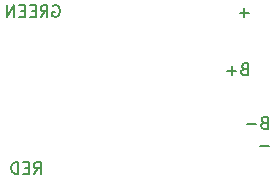
<source format=gbr>
%TF.GenerationSoftware,KiCad,Pcbnew,9.0.6-rc1*%
%TF.CreationDate,2025-12-07T23:50:49+09:00*%
%TF.ProjectId,tp4056,74703430-3536-42e6-9b69-6361645f7063,rev?*%
%TF.SameCoordinates,Original*%
%TF.FileFunction,Legend,Bot*%
%TF.FilePolarity,Positive*%
%FSLAX46Y46*%
G04 Gerber Fmt 4.6, Leading zero omitted, Abs format (unit mm)*
G04 Created by KiCad (PCBNEW 9.0.6-rc1) date 2025-12-07 23:50:49*
%MOMM*%
%LPD*%
G01*
G04 APERTURE LIST*
%ADD10C,0.150000*%
G04 APERTURE END LIST*
D10*
X153373618Y-97057009D02*
X153230761Y-97104628D01*
X153230761Y-97104628D02*
X153183142Y-97152247D01*
X153183142Y-97152247D02*
X153135523Y-97247485D01*
X153135523Y-97247485D02*
X153135523Y-97390342D01*
X153135523Y-97390342D02*
X153183142Y-97485580D01*
X153183142Y-97485580D02*
X153230761Y-97533200D01*
X153230761Y-97533200D02*
X153325999Y-97580819D01*
X153325999Y-97580819D02*
X153706951Y-97580819D01*
X153706951Y-97580819D02*
X153706951Y-96580819D01*
X153706951Y-96580819D02*
X153373618Y-96580819D01*
X153373618Y-96580819D02*
X153278380Y-96628438D01*
X153278380Y-96628438D02*
X153230761Y-96676057D01*
X153230761Y-96676057D02*
X153183142Y-96771295D01*
X153183142Y-96771295D02*
X153183142Y-96866533D01*
X153183142Y-96866533D02*
X153230761Y-96961771D01*
X153230761Y-96961771D02*
X153278380Y-97009390D01*
X153278380Y-97009390D02*
X153373618Y-97057009D01*
X153373618Y-97057009D02*
X153706951Y-97057009D01*
X152706951Y-97199866D02*
X151945047Y-97199866D01*
X133878857Y-101400819D02*
X134212190Y-100924628D01*
X134450285Y-101400819D02*
X134450285Y-100400819D01*
X134450285Y-100400819D02*
X134069333Y-100400819D01*
X134069333Y-100400819D02*
X133974095Y-100448438D01*
X133974095Y-100448438D02*
X133926476Y-100496057D01*
X133926476Y-100496057D02*
X133878857Y-100591295D01*
X133878857Y-100591295D02*
X133878857Y-100734152D01*
X133878857Y-100734152D02*
X133926476Y-100829390D01*
X133926476Y-100829390D02*
X133974095Y-100877009D01*
X133974095Y-100877009D02*
X134069333Y-100924628D01*
X134069333Y-100924628D02*
X134450285Y-100924628D01*
X133450285Y-100877009D02*
X133116952Y-100877009D01*
X132974095Y-101400819D02*
X133450285Y-101400819D01*
X133450285Y-101400819D02*
X133450285Y-100400819D01*
X133450285Y-100400819D02*
X132974095Y-100400819D01*
X132545523Y-101400819D02*
X132545523Y-100400819D01*
X132545523Y-100400819D02*
X132307428Y-100400819D01*
X132307428Y-100400819D02*
X132164571Y-100448438D01*
X132164571Y-100448438D02*
X132069333Y-100543676D01*
X132069333Y-100543676D02*
X132021714Y-100638914D01*
X132021714Y-100638914D02*
X131974095Y-100829390D01*
X131974095Y-100829390D02*
X131974095Y-100972247D01*
X131974095Y-100972247D02*
X132021714Y-101162723D01*
X132021714Y-101162723D02*
X132069333Y-101257961D01*
X132069333Y-101257961D02*
X132164571Y-101353200D01*
X132164571Y-101353200D02*
X132307428Y-101400819D01*
X132307428Y-101400819D02*
X132545523Y-101400819D01*
X153015048Y-99036133D02*
X153776953Y-99036133D01*
X151693618Y-92527009D02*
X151550761Y-92574628D01*
X151550761Y-92574628D02*
X151503142Y-92622247D01*
X151503142Y-92622247D02*
X151455523Y-92717485D01*
X151455523Y-92717485D02*
X151455523Y-92860342D01*
X151455523Y-92860342D02*
X151503142Y-92955580D01*
X151503142Y-92955580D02*
X151550761Y-93003200D01*
X151550761Y-93003200D02*
X151645999Y-93050819D01*
X151645999Y-93050819D02*
X152026951Y-93050819D01*
X152026951Y-93050819D02*
X152026951Y-92050819D01*
X152026951Y-92050819D02*
X151693618Y-92050819D01*
X151693618Y-92050819D02*
X151598380Y-92098438D01*
X151598380Y-92098438D02*
X151550761Y-92146057D01*
X151550761Y-92146057D02*
X151503142Y-92241295D01*
X151503142Y-92241295D02*
X151503142Y-92336533D01*
X151503142Y-92336533D02*
X151550761Y-92431771D01*
X151550761Y-92431771D02*
X151598380Y-92479390D01*
X151598380Y-92479390D02*
X151693618Y-92527009D01*
X151693618Y-92527009D02*
X152026951Y-92527009D01*
X151026951Y-92669866D02*
X150265047Y-92669866D01*
X150645999Y-93050819D02*
X150645999Y-92288914D01*
X152066951Y-87759866D02*
X151305047Y-87759866D01*
X151685999Y-88140819D02*
X151685999Y-87378914D01*
X135504666Y-87158438D02*
X135599904Y-87110819D01*
X135599904Y-87110819D02*
X135742761Y-87110819D01*
X135742761Y-87110819D02*
X135885618Y-87158438D01*
X135885618Y-87158438D02*
X135980856Y-87253676D01*
X135980856Y-87253676D02*
X136028475Y-87348914D01*
X136028475Y-87348914D02*
X136076094Y-87539390D01*
X136076094Y-87539390D02*
X136076094Y-87682247D01*
X136076094Y-87682247D02*
X136028475Y-87872723D01*
X136028475Y-87872723D02*
X135980856Y-87967961D01*
X135980856Y-87967961D02*
X135885618Y-88063200D01*
X135885618Y-88063200D02*
X135742761Y-88110819D01*
X135742761Y-88110819D02*
X135647523Y-88110819D01*
X135647523Y-88110819D02*
X135504666Y-88063200D01*
X135504666Y-88063200D02*
X135457047Y-88015580D01*
X135457047Y-88015580D02*
X135457047Y-87682247D01*
X135457047Y-87682247D02*
X135647523Y-87682247D01*
X134457047Y-88110819D02*
X134790380Y-87634628D01*
X135028475Y-88110819D02*
X135028475Y-87110819D01*
X135028475Y-87110819D02*
X134647523Y-87110819D01*
X134647523Y-87110819D02*
X134552285Y-87158438D01*
X134552285Y-87158438D02*
X134504666Y-87206057D01*
X134504666Y-87206057D02*
X134457047Y-87301295D01*
X134457047Y-87301295D02*
X134457047Y-87444152D01*
X134457047Y-87444152D02*
X134504666Y-87539390D01*
X134504666Y-87539390D02*
X134552285Y-87587009D01*
X134552285Y-87587009D02*
X134647523Y-87634628D01*
X134647523Y-87634628D02*
X135028475Y-87634628D01*
X134028475Y-87587009D02*
X133695142Y-87587009D01*
X133552285Y-88110819D02*
X134028475Y-88110819D01*
X134028475Y-88110819D02*
X134028475Y-87110819D01*
X134028475Y-87110819D02*
X133552285Y-87110819D01*
X133123713Y-87587009D02*
X132790380Y-87587009D01*
X132647523Y-88110819D02*
X133123713Y-88110819D01*
X133123713Y-88110819D02*
X133123713Y-87110819D01*
X133123713Y-87110819D02*
X132647523Y-87110819D01*
X132218951Y-88110819D02*
X132218951Y-87110819D01*
X132218951Y-87110819D02*
X131647523Y-88110819D01*
X131647523Y-88110819D02*
X131647523Y-87110819D01*
M02*

</source>
